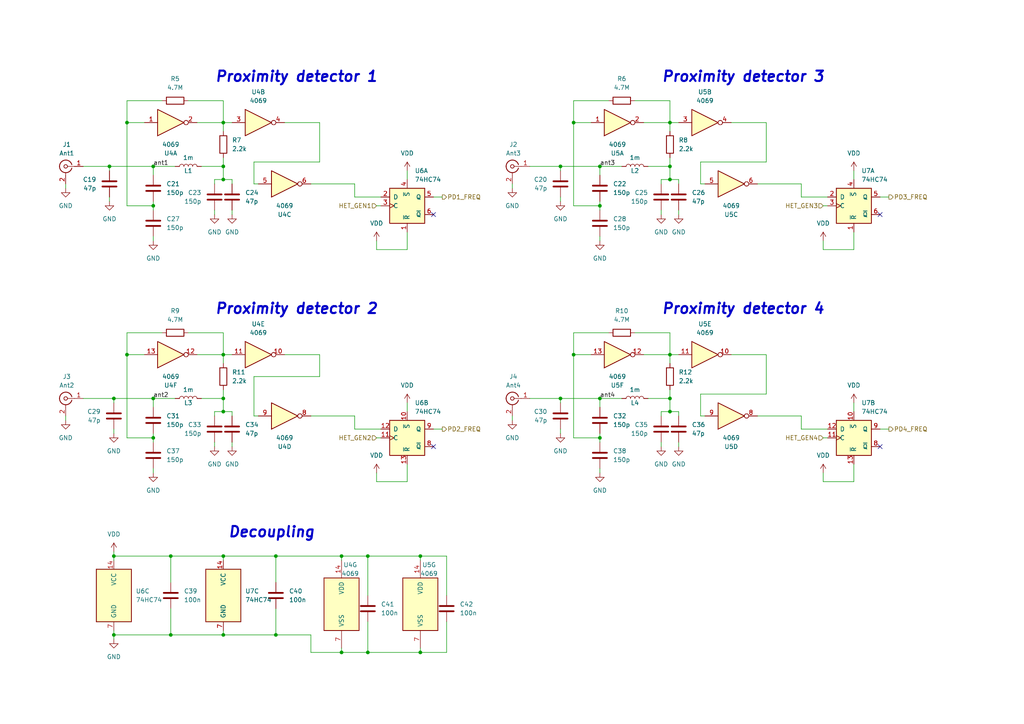
<source format=kicad_sch>
(kicad_sch (version 20231120) (generator "eeschema") (generator_version "8.0")
  (paper "A4")
  (lib_symbols
    (symbol "4xxx:4069" (pin_names (offset 1.016))
      (property "Reference" "U" (at 0 1.27 0))
      (property "Value" "4069" (at 0 -1.27 0))
      (symbol "4069_1_0"
        (polyline (pts (xy -3.81 3.81) (xy -3.81 -3.81) (xy 3.81 0) (xy -3.81 3.81)) (stroke (width 0.254)) (fill (type background)))
        (pin input line (at -7.62 0 0) (length 3.81) (name "~") (number "1"))
        (pin output inverted (at 7.62 0 180) (length 3.81) (name "~") (number "2"))
      )
      (symbol "4069_2_0"
        (polyline (pts (xy -3.81 3.81) (xy -3.81 -3.81) (xy 3.81 0) (xy -3.81 3.81)) (stroke (width 0.254)) (fill (type background)))
        (pin input line (at -7.62 0 0) (length 3.81) (name "~") (number "3"))
        (pin output inverted (at 7.62 0 180) (length 3.81) (name "~") (number "4"))
      )
      (symbol "4069_3_0"
        (polyline (pts (xy -3.81 3.81) (xy -3.81 -3.81) (xy 3.81 0) (xy -3.81 3.81)) (stroke (width 0.254)) (fill (type background)))
        (pin input line (at -7.62 0 0) (length 3.81) (name "~") (number "5"))
        (pin output inverted (at 7.62 0 180) (length 3.81) (name "~") (number "6"))
      )
      (symbol "4069_4_0"
        (polyline (pts (xy -3.81 3.81) (xy -3.81 -3.81) (xy 3.81 0) (xy -3.81 3.81)) (stroke (width 0.254)) (fill (type background)))
        (pin output inverted (at 7.62 0 180) (length 3.81) (name "~") (number "8"))
        (pin input line (at -7.62 0 0) (length 3.81) (name "~") (number "9"))
      )
      (symbol "4069_5_0"
        (polyline (pts (xy -3.81 3.81) (xy -3.81 -3.81) (xy 3.81 0) (xy -3.81 3.81)) (stroke (width 0.254)) (fill (type background)))
        (pin output inverted (at 7.62 0 180) (length 3.81) (name "~") (number "10"))
        (pin input line (at -7.62 0 0) (length 3.81) (name "~") (number "11"))
      )
      (symbol "4069_6_0"
        (polyline (pts (xy -3.81 3.81) (xy -3.81 -3.81) (xy 3.81 0) (xy -3.81 3.81)) (stroke (width 0.254)) (fill (type background)))
        (pin output inverted (at 7.62 0 180) (length 3.81) (name "~") (number "12"))
        (pin input line (at -7.62 0 0) (length 3.81) (name "~") (number "13"))
      )
      (symbol "4069_7_0"
        (pin power_in line (at 0 12.7 270) (length 5.08) (name "VDD") (number "14"))
        (pin power_in line (at 0 -12.7 90) (length 5.08) (name "VSS") (number "7"))
      )
      (symbol "4069_7_1"
        (rectangle (start -5.08 7.62) (end 5.08 -7.62) (stroke (width 0.254)) (fill (type background)))
      )
    )
    (symbol "74xx:74HC74" (pin_names (offset 1.016))
      (property "Reference" "U" (at -7.62 8.89 0))
      (property "Value" "74HC74" (at -7.62 -8.89 0))
      (symbol "74HC74_1_0"
        (pin input line (at 0 -7.62 90) (length 2.54) (name "~{R}") (number "1"))
        (pin input line (at -7.62 2.54 0) (length 2.54) (name "D") (number "2"))
        (pin input clock (at -7.62 0 0) (length 2.54) (name "C") (number "3"))
        (pin input line (at 0 7.62 270) (length 2.54) (name "~{S}") (number "4"))
        (pin output line (at 7.62 2.54 180) (length 2.54) (name "Q") (number "5"))
        (pin output line (at 7.62 -2.54 180) (length 2.54) (name "~{Q}") (number "6"))
      )
      (symbol "74HC74_1_1"
        (rectangle (start -5.08 5.08) (end 5.08 -5.08) (stroke (width 0.254)) (fill (type background)))
      )
      (symbol "74HC74_2_0"
        (pin input line (at 0 7.62 270) (length 2.54) (name "~{S}") (number "10"))
        (pin input clock (at -7.62 0 0) (length 2.54) (name "C") (number "11"))
        (pin input line (at -7.62 2.54 0) (length 2.54) (name "D") (number "12"))
        (pin input line (at 0 -7.62 90) (length 2.54) (name "~{R}") (number "13"))
        (pin output line (at 7.62 -2.54 180) (length 2.54) (name "~{Q}") (number "8"))
        (pin output line (at 7.62 2.54 180) (length 2.54) (name "Q") (number "9"))
      )
      (symbol "74HC74_2_1"
        (rectangle (start -5.08 5.08) (end 5.08 -5.08) (stroke (width 0.254)) (fill (type background)))
      )
      (symbol "74HC74_3_0"
        (pin power_in line (at 0 10.16 270) (length 2.54) (name "VCC") (number "14"))
        (pin power_in line (at 0 -10.16 90) (length 2.54) (name "GND") (number "7"))
      )
      (symbol "74HC74_3_1"
        (rectangle (start -5.08 7.62) (end 5.08 -7.62) (stroke (width 0.254)) (fill (type background)))
      )
    )
    (symbol "Connector:Conn_Coaxial" (pin_names (offset 1.016) hide)
      (property "Reference" "J" (at 0.254 3.048 0))
      (property "Value" "Conn_Coaxial" (at 2.921 0 90))
      (symbol "Conn_Coaxial_0_1"
        (arc (start -1.778 -0.508) (mid 0.2311 -1.8066) (end 1.778 0) (stroke (width 0.254)))
        (polyline (pts (xy -2.54 0) (xy -0.508 0)))
        (polyline (pts (xy 0 -2.54) (xy 0 -1.778)))
        (circle (center 0 0) (radius 0.508) (stroke (width 0.2032)))
        (arc (start 1.778 0) (mid 0.2099 1.8101) (end -1.778 0.508) (stroke (width 0.254)))
      )
      (symbol "Conn_Coaxial_1_1"
        (pin passive line (at -5.08 0 0) (length 2.54) (name "In") (number "1"))
        (pin passive line (at 0 -5.08 90) (length 2.54) (name "Ext") (number "2"))
      )
    )
    (symbol "Device:C" (pin_numbers hide) (pin_names (offset 0.254))
      (property "Reference" "C" (at 0.635 2.54 0))
      (property "Value" "C" (at 0.635 -2.54 0))
      (symbol "C_0_1"
        (polyline (pts (xy -2.032 -0.762) (xy 2.032 -0.762)) (stroke (width 0.508)))
        (polyline (pts (xy -2.032 0.762) (xy 2.032 0.762)) (stroke (width 0.508)))
      )
      (symbol "C_1_1"
        (pin passive line (at 0 3.81 270) (length 2.794) (name "~") (number "1"))
        (pin passive line (at 0 -3.81 90) (length 2.794) (name "~") (number "2"))
      )
    )
    (symbol "Device:L" (pin_numbers hide) (pin_names (offset 1.016) hide)
      (property "Reference" "L" (at -1.27 0 90))
      (property "Value" "L" (at 1.905 0 90))
      (symbol "L_0_1"
        (arc (start 0 -2.54) (mid 0.6323 -1.905) (end 0 -1.27))
        (arc (start 0 -1.27) (mid 0.6323 -0.635) (end 0 0))
        (arc (start 0 0) (mid 0.6323 0.635) (end 0 1.27))
        (arc (start 0 1.27) (mid 0.6323 1.905) (end 0 2.54))
      )
      (symbol "L_1_1"
        (pin passive line (at 0 3.81 270) (length 1.27) (name "1") (number "1"))
        (pin passive line (at 0 -3.81 90) (length 1.27) (name "2") (number "2"))
      )
    )
    (symbol "Device:R" (pin_numbers hide) (pin_names (offset 0))
      (property "Reference" "R" (at 2.032 0 90))
      (property "Value" "R" (at 0 0 90))
      (symbol "R_0_1"
        (rectangle (start -1.016 -2.54) (end 1.016 2.54) (stroke (width 0.254)))
      )
      (symbol "R_1_1"
        (pin passive line (at 0 3.81 270) (length 1.27) (name "~") (number "1"))
        (pin passive line (at 0 -3.81 90) (length 1.27) (name "~") (number "2"))
      )
    )
    (symbol "power:GND" (power) (pin_names (offset 0))
      (property "Value" "GND" (at 0 -3.81 0))
      (symbol "GND_0_1"
        (polyline (pts (xy 0 0) (xy 0 -1.27) (xy 1.27 -1.27) (xy 0 -2.54) (xy -1.27 -1.27) (xy 0 -1.27)))
      )
      (symbol "GND_1_1"
        (pin power_in line (at 0 0 270) (length 0) hide (name "GND") (number "1"))
      )
    )
    (symbol "power:VDD" (power) (pin_names (offset 0))
      (property "Value" "VDD" (at 0 3.81 0))
      (symbol "VDD_0_1"
        (polyline (pts (xy -0.762 1.27) (xy 0 2.54)))
        (polyline (pts (xy 0 0) (xy 0 2.54)))
        (polyline (pts (xy 0 2.54) (xy 0.762 1.27)))
      )
      (symbol "VDD_1_1"
        (pin power_in line (at 0 0 90) (length 0) hide (name "VDD") (number "1"))
      )
    )
  )
  (junction (at 64.77 119.38))
  (junction (at 36.83 102.87))
  (junction (at 31.75 48.26))
  (junction (at 44.45 59.69))
  (junction (at 106.68 161.29))
  (junction (at 64.77 48.26))
  (junction (at 44.45 115.57))
  (junction (at 173.99 115.57))
  (junction (at 44.45 48.26))
  (junction (at 99.06 189.23))
  (junction (at 64.77 102.87))
  (junction (at 80.01 161.29))
  (junction (at 106.68 189.23))
  (junction (at 49.53 161.29))
  (junction (at 162.56 48.26))
  (junction (at 33.02 161.29))
  (junction (at 194.31 115.57))
  (junction (at 162.56 115.57))
  (junction (at 194.31 52.07))
  (junction (at 33.02 184.15))
  (junction (at 80.01 184.15))
  (junction (at 64.77 184.15))
  (junction (at 99.06 161.29))
  (junction (at 194.31 48.26))
  (junction (at 36.83 35.56))
  (junction (at 173.99 59.69))
  (junction (at 64.77 35.56))
  (junction (at 64.77 161.29))
  (junction (at 121.92 189.23))
  (junction (at 64.77 115.57))
  (junction (at 44.45 127))
  (junction (at 121.92 161.29))
  (junction (at 194.31 102.87))
  (junction (at 194.31 35.56))
  (junction (at 49.53 184.15))
  (junction (at 194.31 119.38))
  (junction (at 173.99 127))
  (junction (at 166.37 35.56))
  (junction (at 166.37 102.87))
  (junction (at 33.02 115.57))
  (junction (at 64.77 52.07))
  (junction (at 173.99 48.26))
  (no_connect (at 125.73 62.23))
  (no_connect (at 125.73 129.54))
  (no_connect (at 255.27 62.23))
  (no_connect (at 255.27 129.54))
  (wire (pts (xy 222.25 114.3) (xy 203.2 114.3)))
  (wire (pts (xy 44.45 59.69) (xy 44.45 60.96)))
  (wire (pts (xy 44.45 127) (xy 44.45 128.27)))
  (wire (pts (xy 106.68 189.23) (xy 121.92 189.23)))
  (wire (pts (xy 129.54 180.34) (xy 129.54 189.23)))
  (wire (pts (xy 44.45 135.89) (xy 44.45 137.16)))
  (wire (pts (xy 64.77 105.41) (xy 64.77 102.87)))
  (wire (pts (xy 121.92 161.29) (xy 129.54 161.29)))
  (wire (pts (xy 36.83 127) (xy 36.83 102.87)))
  (wire (pts (xy 62.23 52.07) (xy 62.23 53.34)))
  (wire (pts (xy 99.06 189.23) (xy 106.68 189.23)))
  (wire (pts (xy 162.56 115.57) (xy 173.99 115.57)))
  (wire (pts (xy 173.99 68.58) (xy 173.99 69.85)))
  (wire (pts (xy 173.99 59.69) (xy 166.37 59.69)))
  (wire (pts (xy 121.92 187.96) (xy 121.92 189.23)))
  (wire (pts (xy 238.76 59.69) (xy 240.03 59.69)))
  (wire (pts (xy 194.31 105.41) (xy 194.31 102.87)))
  (wire (pts (xy 194.31 29.21) (xy 194.31 35.56)))
  (wire (pts (xy 173.99 115.57) (xy 180.34 115.57)))
  (wire (pts (xy 90.17 53.34) (xy 102.87 53.34)))
  (wire (pts (xy 99.06 161.29) (xy 106.68 161.29)))
  (wire (pts (xy 106.68 161.29) (xy 106.68 172.72)))
  (wire (pts (xy 118.11 49.53) (xy 118.11 52.07)))
  (wire (pts (xy 80.01 161.29) (xy 80.01 168.91)))
  (wire (pts (xy 173.99 135.89) (xy 173.99 137.16)))
  (wire (pts (xy 186.69 35.56) (xy 194.31 35.56)))
  (wire (pts (xy 219.71 120.65) (xy 232.41 120.65)))
  (wire (pts (xy 64.77 52.07) (xy 62.23 52.07)))
  (wire (pts (xy 186.69 102.87) (xy 194.31 102.87)))
  (wire (pts (xy 194.31 48.26) (xy 187.96 48.26)))
  (wire (pts (xy 33.02 124.46) (xy 33.02 125.73)))
  (wire (pts (xy 238.76 69.85) (xy 238.76 72.39)))
  (wire (pts (xy 173.99 127) (xy 166.37 127)))
  (wire (pts (xy 196.85 52.07) (xy 194.31 52.07)))
  (wire (pts (xy 148.59 120.65) (xy 148.59 121.92)))
  (wire (pts (xy 62.23 119.38) (xy 62.23 120.65)))
  (wire (pts (xy 64.77 96.52) (xy 64.77 102.87)))
  (wire (pts (xy 238.76 127) (xy 240.03 127)))
  (wire (pts (xy 238.76 72.39) (xy 247.65 72.39)))
  (wire (pts (xy 238.76 137.16) (xy 238.76 139.7)))
  (wire (pts (xy 80.01 176.53) (xy 80.01 184.15)))
  (wire (pts (xy 64.77 161.29) (xy 80.01 161.29)))
  (wire (pts (xy 173.99 48.26) (xy 180.34 48.26)))
  (wire (pts (xy 64.77 161.29) (xy 64.77 162.56)))
  (wire (pts (xy 240.03 124.46) (xy 232.41 124.46)))
  (wire (pts (xy 80.01 161.29) (xy 99.06 161.29)))
  (wire (pts (xy 222.25 35.56) (xy 222.25 46.99)))
  (wire (pts (xy 67.31 128.27) (xy 67.31 129.54)))
  (wire (pts (xy 44.45 127) (xy 36.83 127)))
  (wire (pts (xy 255.27 57.15) (xy 257.81 57.15)))
  (wire (pts (xy 57.15 35.56) (xy 64.77 35.56)))
  (wire (pts (xy 44.45 59.69) (xy 36.83 59.69)))
  (wire (pts (xy 247.65 72.39) (xy 247.65 67.31)))
  (wire (pts (xy 73.66 120.65) (xy 74.93 120.65)))
  (wire (pts (xy 121.92 161.29) (xy 121.92 162.56)))
  (wire (pts (xy 64.77 48.26) (xy 58.42 48.26)))
  (wire (pts (xy 247.65 49.53) (xy 247.65 52.07)))
  (wire (pts (xy 109.22 137.16) (xy 109.22 139.7)))
  (wire (pts (xy 99.06 189.23) (xy 99.06 187.96)))
  (wire (pts (xy 176.53 96.52) (xy 166.37 96.52)))
  (wire (pts (xy 166.37 59.69) (xy 166.37 35.56)))
  (wire (pts (xy 102.87 124.46) (xy 102.87 120.65)))
  (wire (pts (xy 203.2 114.3) (xy 203.2 120.65)))
  (wire (pts (xy 64.77 184.15) (xy 80.01 184.15)))
  (wire (pts (xy 44.45 58.42) (xy 44.45 59.69)))
  (wire (pts (xy 162.56 49.53) (xy 162.56 48.26)))
  (wire (pts (xy 46.99 96.52) (xy 36.83 96.52)))
  (wire (pts (xy 219.71 53.34) (xy 232.41 53.34)))
  (wire (pts (xy 121.92 189.23) (xy 129.54 189.23)))
  (wire (pts (xy 33.02 115.57) (xy 44.45 115.57)))
  (wire (pts (xy 166.37 96.52) (xy 166.37 102.87)))
  (wire (pts (xy 64.77 115.57) (xy 64.77 119.38)))
  (wire (pts (xy 73.66 109.22) (xy 73.66 120.65)))
  (wire (pts (xy 173.99 115.57) (xy 173.99 118.11)))
  (wire (pts (xy 125.73 57.15) (xy 128.27 57.15)))
  (wire (pts (xy 109.22 59.69) (xy 110.49 59.69)))
  (wire (pts (xy 173.99 125.73) (xy 173.99 127)))
  (wire (pts (xy 46.99 29.21) (xy 36.83 29.21)))
  (wire (pts (xy 166.37 29.21) (xy 166.37 35.56)))
  (wire (pts (xy 184.15 96.52) (xy 194.31 96.52)))
  (wire (pts (xy 31.75 49.53) (xy 31.75 48.26)))
  (wire (pts (xy 173.99 59.69) (xy 173.99 60.96)))
  (wire (pts (xy 238.76 139.7) (xy 247.65 139.7)))
  (wire (pts (xy 49.53 161.29) (xy 49.53 168.91)))
  (wire (pts (xy 36.83 102.87) (xy 41.91 102.87)))
  (wire (pts (xy 162.56 57.15) (xy 162.56 58.42)))
  (wire (pts (xy 64.77 102.87) (xy 67.31 102.87)))
  (wire (pts (xy 64.77 38.1) (xy 64.77 35.56)))
  (wire (pts (xy 194.31 113.03) (xy 194.31 115.57)))
  (wire (pts (xy 110.49 124.46) (xy 102.87 124.46)))
  (wire (pts (xy 194.31 45.72) (xy 194.31 48.26)))
  (wire (pts (xy 247.65 139.7) (xy 247.65 134.62)))
  (wire (pts (xy 92.71 109.22) (xy 73.66 109.22)))
  (wire (pts (xy 173.99 127) (xy 173.99 128.27)))
  (wire (pts (xy 212.09 102.87) (xy 222.25 102.87)))
  (wire (pts (xy 90.17 189.23) (xy 99.06 189.23)))
  (wire (pts (xy 118.11 72.39) (xy 118.11 67.31)))
  (wire (pts (xy 196.85 119.38) (xy 194.31 119.38)))
  (wire (pts (xy 49.53 184.15) (xy 64.77 184.15)))
  (wire (pts (xy 57.15 102.87) (xy 64.77 102.87)))
  (wire (pts (xy 194.31 35.56) (xy 196.85 35.56)))
  (wire (pts (xy 184.15 29.21) (xy 194.31 29.21)))
  (wire (pts (xy 73.66 53.34) (xy 74.93 53.34)))
  (wire (pts (xy 194.31 115.57) (xy 187.96 115.57)))
  (wire (pts (xy 247.65 116.84) (xy 247.65 119.38)))
  (wire (pts (xy 166.37 35.56) (xy 171.45 35.56)))
  (wire (pts (xy 222.25 102.87) (xy 222.25 114.3)))
  (wire (pts (xy 191.77 60.96) (xy 191.77 62.23)))
  (wire (pts (xy 90.17 184.15) (xy 80.01 184.15)))
  (wire (pts (xy 106.68 180.34) (xy 106.68 189.23)))
  (wire (pts (xy 64.77 184.15) (xy 64.77 182.88)))
  (wire (pts (xy 196.85 128.27) (xy 196.85 129.54)))
  (wire (pts (xy 203.2 53.34) (xy 204.47 53.34)))
  (wire (pts (xy 92.71 35.56) (xy 92.71 46.99)))
  (wire (pts (xy 19.05 120.65) (xy 19.05 121.92)))
  (wire (pts (xy 67.31 52.07) (xy 64.77 52.07)))
  (wire (pts (xy 92.71 102.87) (xy 92.71 109.22)))
  (wire (pts (xy 67.31 60.96) (xy 67.31 62.23)))
  (wire (pts (xy 92.71 46.99) (xy 73.66 46.99)))
  (wire (pts (xy 109.22 72.39) (xy 118.11 72.39)))
  (wire (pts (xy 125.73 124.46) (xy 128.27 124.46)))
  (wire (pts (xy 173.99 48.26) (xy 173.99 50.8)))
  (wire (pts (xy 33.02 160.02) (xy 33.02 161.29)))
  (wire (pts (xy 67.31 53.34) (xy 67.31 52.07)))
  (wire (pts (xy 33.02 184.15) (xy 33.02 185.42)))
  (wire (pts (xy 203.2 46.99) (xy 203.2 53.34)))
  (wire (pts (xy 67.31 120.65) (xy 67.31 119.38)))
  (wire (pts (xy 222.25 46.99) (xy 203.2 46.99)))
  (wire (pts (xy 109.22 127) (xy 110.49 127)))
  (wire (pts (xy 62.23 128.27) (xy 62.23 129.54)))
  (wire (pts (xy 102.87 57.15) (xy 102.87 53.34)))
  (wire (pts (xy 162.56 116.84) (xy 162.56 115.57)))
  (wire (pts (xy 24.13 48.26) (xy 31.75 48.26)))
  (wire (pts (xy 82.55 35.56) (xy 92.71 35.56)))
  (wire (pts (xy 148.59 53.34) (xy 148.59 54.61)))
  (wire (pts (xy 153.67 115.57) (xy 162.56 115.57)))
  (wire (pts (xy 162.56 124.46) (xy 162.56 125.73)))
  (wire (pts (xy 64.77 48.26) (xy 64.77 52.07)))
  (wire (pts (xy 232.41 124.46) (xy 232.41 120.65)))
  (wire (pts (xy 194.31 119.38) (xy 191.77 119.38)))
  (wire (pts (xy 194.31 38.1) (xy 194.31 35.56)))
  (wire (pts (xy 99.06 162.56) (xy 99.06 161.29)))
  (wire (pts (xy 54.61 96.52) (xy 64.77 96.52)))
  (wire (pts (xy 194.31 115.57) (xy 194.31 119.38)))
  (wire (pts (xy 196.85 53.34) (xy 196.85 52.07)))
  (wire (pts (xy 64.77 115.57) (xy 58.42 115.57)))
  (wire (pts (xy 19.05 53.34) (xy 19.05 54.61)))
  (wire (pts (xy 196.85 120.65) (xy 196.85 119.38)))
  (wire (pts (xy 118.11 116.84) (xy 118.11 119.38)))
  (wire (pts (xy 33.02 161.29) (xy 49.53 161.29)))
  (wire (pts (xy 118.11 139.7) (xy 118.11 134.62)))
  (wire (pts (xy 64.77 119.38) (xy 62.23 119.38)))
  (wire (pts (xy 64.77 113.03) (xy 64.77 115.57)))
  (wire (pts (xy 67.31 119.38) (xy 64.77 119.38)))
  (wire (pts (xy 166.37 127) (xy 166.37 102.87)))
  (wire (pts (xy 176.53 29.21) (xy 166.37 29.21)))
  (wire (pts (xy 162.56 48.26) (xy 173.99 48.26)))
  (wire (pts (xy 255.27 124.46) (xy 257.81 124.46)))
  (wire (pts (xy 31.75 48.26) (xy 44.45 48.26)))
  (wire (pts (xy 62.23 60.96) (xy 62.23 62.23)))
  (wire (pts (xy 36.83 96.52) (xy 36.83 102.87)))
  (wire (pts (xy 64.77 161.29) (xy 49.53 161.29)))
  (wire (pts (xy 36.83 35.56) (xy 41.91 35.56)))
  (wire (pts (xy 191.77 128.27) (xy 191.77 129.54)))
  (wire (pts (xy 24.13 115.57) (xy 33.02 115.57)))
  (wire (pts (xy 64.77 35.56) (xy 67.31 35.56)))
  (wire (pts (xy 212.09 35.56) (xy 222.25 35.56)))
  (wire (pts (xy 90.17 120.65) (xy 102.87 120.65)))
  (wire (pts (xy 33.02 161.29) (xy 33.02 162.56)))
  (wire (pts (xy 33.02 182.88) (xy 33.02 184.15)))
  (wire (pts (xy 44.45 125.73) (xy 44.45 127)))
  (wire (pts (xy 232.41 57.15) (xy 232.41 53.34)))
  (wire (pts (xy 36.83 29.21) (xy 36.83 35.56)))
  (wire (pts (xy 203.2 120.65) (xy 204.47 120.65)))
  (wire (pts (xy 194.31 102.87) (xy 196.85 102.87)))
  (wire (pts (xy 44.45 115.57) (xy 50.8 115.57)))
  (wire (pts (xy 109.22 139.7) (xy 118.11 139.7)))
  (wire (pts (xy 194.31 96.52) (xy 194.31 102.87)))
  (wire (pts (xy 191.77 52.07) (xy 191.77 53.34)))
  (wire (pts (xy 194.31 52.07) (xy 191.77 52.07)))
  (wire (pts (xy 64.77 29.21) (xy 64.77 35.56)))
  (wire (pts (xy 73.66 46.99) (xy 73.66 53.34)))
  (wire (pts (xy 33.02 184.15) (xy 49.53 184.15)))
  (wire (pts (xy 166.37 102.87) (xy 171.45 102.87)))
  (wire (pts (xy 64.77 45.72) (xy 64.77 48.26)))
  (wire (pts (xy 153.67 48.26) (xy 162.56 48.26)))
  (wire (pts (xy 36.83 59.69) (xy 36.83 35.56)))
  (wire (pts (xy 33.02 116.84) (xy 33.02 115.57)))
  (wire (pts (xy 44.45 115.57) (xy 44.45 118.11)))
  (wire (pts (xy 44.45 68.58) (xy 44.45 69.85)))
  (wire (pts (xy 44.45 48.26) (xy 50.8 48.26)))
  (wire (pts (xy 49.53 176.53) (xy 49.53 184.15)))
  (wire (pts (xy 129.54 161.29) (xy 129.54 172.72)))
  (wire (pts (xy 82.55 102.87) (xy 92.71 102.87)))
  (wire (pts (xy 110.49 57.15) (xy 102.87 57.15)))
  (wire (pts (xy 31.75 57.15) (xy 31.75 58.42)))
  (wire (pts (xy 44.45 48.26) (xy 44.45 50.8)))
  (wire (pts (xy 196.85 60.96) (xy 196.85 62.23)))
  (wire (pts (xy 90.17 184.15) (xy 90.17 189.23)))
  (wire (pts (xy 173.99 58.42) (xy 173.99 59.69)))
  (wire (pts (xy 54.61 29.21) (xy 64.77 29.21)))
  (wire (pts (xy 240.03 57.15) (xy 232.41 57.15)))
  (wire (pts (xy 106.68 161.29) (xy 121.92 161.29)))
  (wire (pts (xy 191.77 119.38) (xy 191.77 120.65)))
  (wire (pts (xy 109.22 69.85) (xy 109.22 72.39)))
  (wire (pts (xy 194.31 48.26) (xy 194.31 52.07)))
  (text "Decoupling" (at 66.04 156.21 0) (effects (font (size 3 3) (thickness 0.6) (bold yes) (italic yes)) (justify left bottom)))
  (text "Proximity detector 1" (at 62.23 24.13 0) (effects (font (size 3 3) (thickness 0.6) (bold yes) (italic yes)) (justify left bottom)))
  (text "Proximity detector 3" (at 191.77 24.13 0) (effects (font (size 3 3) (thickness 0.6) (bold yes) (italic yes)) (justify left bottom)))
  (text "Proximity detector 4" (at 191.77 91.44 0) (effects (font (size 3 3) (thickness 0.6) (bold yes) (italic yes)) (justify left bottom)))
  (text "Proximity detector 2\n" (at 62.23 91.44 0) (effects (font (size 3 3) (thickness 0.6) (bold yes) (italic yes)) (justify left bottom)))
  (label "ant3" (at 173.99 48.26 0))
  (label "ant4" (at 173.99 115.57 0))
  (label "ant1" (at 44.45 48.26 0))
  (label "ant2" (at 44.45 115.57 0))
  (hierarchical_label "PD2_FREQ" (shape output) (at 128.27 124.46 0))
  (hierarchical_label "HET_GEN3" (shape input) (at 238.76 59.69 180))
  (hierarchical_label "PD4_FREQ" (shape output) (at 257.81 124.46 0))
  (hierarchical_label "HET_GEN2" (shape input) (at 109.22 127 180))
  (hierarchical_label "HET_GEN1" (shape input) (at 109.22 59.69 180))
  (hierarchical_label "PD1_FREQ" (shape output) (at 128.27 57.15 0))
  (hierarchical_label "HET_GEN4" (shape input) (at 238.76 127 180))
  (hierarchical_label "PD3_FREQ" (shape output) (at 257.81 57.15 0))
  (symbol (lib_id "power:GND") (at 62.23 62.23 0) (mirror y) (unit 1)
    (property "Reference" "#PWR0150" (effects (hide yes)))
    (property "Value" "GND" (at 62.23 67.31 0))
  )
  (symbol (lib_id "Device:L") (at 184.15 115.57 270) (mirror x) (unit 1)
    (property "Reference" "L4" (at 184.15 116.84 90))
    (property "Value" "1m" (at 184.15 113.03 90))
    (property "Footprint" "Inductor_SMD:L_1812_4532Metric_Pad1.30x3.40mm_HandSolder" (effects (hide yes)))
    (property "shop_url" "https://www.tme.eu/pl/details/b82432t1105k000/dlawiki-smd-1812/epcos/" (effects (hide yes)))
  )
  (symbol (lib_id "power:GND") (at 162.56 58.42 0) (unit 1)
    (property "Reference" "#PWR0133" (effects (hide yes)))
    (property "Value" "GND" (at 162.56 63.5 0))
  )
  (symbol (lib_id "Device:C") (at 162.56 120.65 0) (mirror y) (unit 1)
    (property "Reference" "C30" (at 158.75 119.38 0) (effects (justify left)))
    (property "Value" "47p" (at 158.75 121.92 0) (effects (justify left)))
    (property "Footprint" "Capacitor_SMD:C_0603_1608Metric_Pad1.08x0.95mm_HandSolder" (effects (hide yes)))
    (property "shop_url" "https://www.tme.eu/pl/details/06033c470kat2a/kondensatory-mlcc-smd/kyocera-avx/" (effects (hide yes)))
  )
  (symbol (lib_id "4xxx:4069") (at 82.55 53.34 0) (mirror x) (unit 3)
    (property "Reference" "U4" (at 82.55 62.23 0))
    (property "Value" "4069" (at 82.55 59.69 0))
    (property "Footprint" "Package_SO:SOIC-14_3.9x8.7mm_P1.27mm" (effects (hide yes)))
    (property "Datasheet" "http://www.intersil.com/content/dam/Intersil/documents/cd40/cd4069ubms.pdf" (effects (hide yes)))
    (property "shop_url" "https://www.tme.eu/pl/details/hef4069ubt.653/bramki-inwertery/nexperia/hef4069ubt-653/" (effects (hide yes)))
  )
  (symbol (lib_id "Device:C") (at 191.77 124.46 0) (mirror y) (unit 1)
    (property "Reference" "C35" (at 187.96 123.19 0) (effects (justify left)))
    (property "Value" "150p" (at 187.96 125.73 0) (effects (justify left)))
    (property "Footprint" "Capacitor_SMD:C_0603_1608Metric_Pad1.08x0.95mm_HandSolder" (effects (hide yes)))
    (property "shop_url" "https://www.tme.eu/pl/details/06031a151fat2a/kondensatory-mlcc-smd/kyocera-avx/" (effects (hide yes)))
  )
  (symbol (lib_id "power:GND") (at 44.45 137.16 0) (mirror y) (unit 1)
    (property "Reference" "#PWR0155" (effects (hide yes)))
    (property "Value" "GND" (at 44.45 142.24 0))
  )
  (symbol (lib_id "Device:R") (at 50.8 96.52 90) (mirror x) (unit 1)
    (property "Reference" "R9" (at 50.8 90.17 90))
    (property "Value" "4.7M" (at 50.8 92.71 90))
    (property "Footprint" "Resistor_SMD:R_0603_1608Metric_Pad0.98x0.95mm_HandSolder" (effects (hide yes)))
    (property "shop_url" "https://allegro.pl/oferta/640szt-zestaw-rezystorow-smd-0603-32-wartosci-11048988499" (effects (hide yes)))
  )
  (symbol (lib_id "Device:L") (at 184.15 48.26 270) (mirror x) (unit 1)
    (property "Reference" "L2" (at 184.15 49.53 90))
    (property "Value" "1m" (at 184.15 45.72 90))
    (property "Footprint" "Inductor_SMD:L_1812_4532Metric_Pad1.30x3.40mm_HandSolder" (effects (hide yes)))
    (property "shop_url" "https://www.tme.eu/pl/details/b82432t1105k000/dlawiki-smd-1812/epcos/" (effects (hide yes)))
  )
  (symbol (lib_id "4xxx:4069") (at 179.07 35.56 0) (mirror x) (unit 1)
    (property "Reference" "U5" (at 179.07 44.45 0))
    (property "Value" "4069" (at 179.07 41.91 0))
    (property "Footprint" "Package_SO:SOIC-14_3.9x8.7mm_P1.27mm" (effects (hide yes)))
    (property "Datasheet" "http://www.intersil.com/content/dam/Intersil/documents/cd40/cd4069ubms.pdf" (effects (hide yes)))
    (property "shop_url" "https://www.tme.eu/pl/details/hef4069ubt.653/bramki-inwertery/nexperia/hef4069ubt-653/" (effects (hide yes)))
  )
  (symbol (lib_id "power:VDD") (at 118.11 116.84 0) (unit 1)
    (property "Reference" "#PWR0158" (effects (hide yes)))
    (property "Value" "VDD" (at 118.11 111.76 0))
  )
  (symbol (lib_id "4xxx:4069") (at 99.06 175.26 0) (mirror y) (unit 7)
    (property "Reference" "U4" (at 101.6 163.83 0))
    (property "Value" "4069" (at 101.6 166.37 0))
    (property "Footprint" "Package_SO:SOIC-14_3.9x8.7mm_P1.27mm" (effects (hide yes)))
    (property "Datasheet" "http://www.intersil.com/content/dam/Intersil/documents/cd40/cd4069ubms.pdf" (effects (hide yes)))
    (property "shop_url" "https://www.tme.eu/pl/details/hef4069ubt.653/bramki-inwertery/nexperia/hef4069ubt-653/" (effects (hide yes)))
  )
  (symbol (lib_id "power:VDD") (at 33.02 160.02 0) (unit 1)
    (property "Reference" "#PWR0153" (effects (hide yes)))
    (property "Value" "VDD" (at 33.02 154.94 0))
  )
  (symbol (lib_id "power:GND") (at 44.45 69.85 0) (mirror y) (unit 1)
    (property "Reference" "#PWR0149" (effects (hide yes)))
    (property "Value" "GND" (at 44.45 74.93 0))
  )
  (symbol (lib_id "Device:R") (at 64.77 41.91 0) (mirror y) (unit 1)
    (property "Reference" "R7" (at 67.31 40.64 0) (effects (justify right)))
    (property "Value" "2.2k" (at 67.31 43.18 0) (effects (justify right)))
    (property "Footprint" "Resistor_SMD:R_0603_1608Metric_Pad0.98x0.95mm_HandSolder" (effects (hide yes)))
    (property "shop_url" "https://allegro.pl/oferta/640szt-zestaw-rezystorow-smd-0603-32-wartosci-11048988499" (effects (hide yes)))
  )
  (symbol (lib_id "4xxx:4069") (at 212.09 53.34 0) (mirror x) (unit 3)
    (property "Reference" "U5" (at 212.09 62.23 0))
    (property "Value" "4069" (at 212.09 59.69 0))
    (property "Footprint" "Package_SO:SOIC-14_3.9x8.7mm_P1.27mm" (effects (hide yes)))
    (property "Datasheet" "http://www.intersil.com/content/dam/Intersil/documents/cd40/cd4069ubms.pdf" (effects (hide yes)))
    (property "shop_url" "https://www.tme.eu/pl/details/hef4069ubt.653/bramki-inwertery/nexperia/hef4069ubt-653/" (effects (hide yes)))
  )
  (symbol (lib_id "Device:C") (at 44.45 132.08 0) (unit 1)
    (property "Reference" "C37" (at 48.26 130.81 0) (effects (justify left)))
    (property "Value" "150p" (at 48.26 133.35 0) (effects (justify left)))
    (property "Footprint" "Capacitor_SMD:C_0603_1608Metric_Pad1.08x0.95mm_HandSolder" (effects (hide yes)))
    (property "shop_url" "https://www.tme.eu/pl/details/06031a151fat2a/kondensatory-mlcc-smd/kyocera-avx/" (effects (hide yes)))
  )
  (symbol (lib_id "4xxx:4069") (at 204.47 35.56 0) (unit 2)
    (property "Reference" "U5" (at 204.47 26.67 0))
    (property "Value" "4069" (at 204.47 29.21 0))
    (property "Footprint" "Package_SO:SOIC-14_3.9x8.7mm_P1.27mm" (effects (hide yes)))
    (property "Datasheet" "http://www.intersil.com/content/dam/Intersil/documents/cd40/cd4069ubms.pdf" (effects (hide yes)))
    (property "shop_url" "https://www.tme.eu/pl/details/hef4069ubt.653/bramki-inwertery/nexperia/hef4069ubt-653/" (effects (hide yes)))
  )
  (symbol (lib_id "power:GND") (at 173.99 69.85 0) (mirror y) (unit 1)
    (property "Reference" "#PWR0141" (effects (hide yes)))
    (property "Value" "GND" (at 173.99 74.93 0))
  )
  (symbol (lib_id "Device:C") (at 44.45 121.92 0) (unit 1)
    (property "Reference" "C31" (at 48.26 120.65 0) (effects (justify left)))
    (property "Value" "150p" (at 48.26 123.19 0) (effects (justify left)))
    (property "Footprint" "Capacitor_SMD:C_0603_1608Metric_Pad1.08x0.95mm_HandSolder" (effects (hide yes)))
    (property "shop_url" "https://www.tme.eu/pl/details/06031a151fat2a/kondensatory-mlcc-smd/kyocera-avx/" (effects (hide yes)))
  )
  (symbol (lib_id "power:VDD") (at 247.65 116.84 0) (unit 1)
    (property "Reference" "#PWR0144" (effects (hide yes)))
    (property "Value" "VDD" (at 247.65 111.76 0))
  )
  (symbol (lib_id "Connector:Conn_Coaxial") (at 19.05 115.57 0) (mirror y) (unit 1)
    (property "Reference" "J3" (at 19.3674 109.22 0))
    (property "Value" "Ant2" (at 19.3674 111.76 0))
    (property "Footprint" "Connector_Coaxial:U.FL_Molex_MCRF_73412-0110_Vertical" (effects (hide yes)))
    (property "Datasheet" " ~" (effects (hide yes)))
    (property "shop_url" "https://www.tme.eu/pl/details/conufl001-smd-t/zlacza-mikro/linx-technologies/" (effects (hide yes)))
  )
  (symbol (lib_id "74xx:74HC74") (at 247.65 59.69 0) (unit 1)
    (property "Reference" "U7" (at 249.8441 49.53 0) (effects (justify left)))
    (property "Value" "74HC74" (at 249.8441 52.07 0) (effects (justify left)))
    (property "Footprint" "Package_SO:SOIC-14_3.9x8.7mm_P1.27mm" (effects (hide yes)))
    (property "Datasheet" "74xx/74hc_hct74.pdf" (effects (hide yes)))
    (property "shop_url" "https://www.tme.eu/pl/details/mc74hct74adr2g/przerzutniki/onsemi/" (effects (hide yes)))
  )
  (symbol (lib_id "Device:C") (at 67.31 57.15 0) (unit 1)
    (property "Reference" "C24" (at 71.12 55.88 0) (effects (justify left)))
    (property "Value" "47p" (at 71.12 58.42 0) (effects (justify left)))
    (property "Footprint" "Capacitor_SMD:C_0603_1608Metric_Pad1.08x0.95mm_HandSolder" (effects (hide yes)))
    (property "shop_url" "https://www.tme.eu/pl/details/06033c470kat2a/kondensatory-mlcc-smd/kyocera-avx/" (effects (hide yes)))
  )
  (symbol (lib_id "power:GND") (at 19.05 54.61 0) (mirror y) (unit 1)
    (property "Reference" "#PWR0147" (effects (hide yes)))
    (property "Value" "GND" (at 19.05 59.69 0))
  )
  (symbol (lib_id "74xx:74HC74") (at 118.11 59.69 0) (unit 1)
    (property "Reference" "U6" (at 120.3041 49.53 0) (effects (justify left)))
    (property "Value" "74HC74" (at 120.3041 52.07 0) (effects (justify left)))
    (property "Footprint" "Package_SO:SOIC-14_3.9x8.7mm_P1.27mm" (effects (hide yes)))
    (property "Datasheet" "74xx/74hc_hct74.pdf" (effects (hide yes)))
    (property "shop_url" "https://www.tme.eu/pl/details/mc74hct74adr2g/przerzutniki/onsemi/" (effects (hide yes)))
  )
  (symbol (lib_id "Device:C") (at 106.68 176.53 0) (unit 1)
    (property "Reference" "C41" (at 110.49 175.26 0) (effects (justify left)))
    (property "Value" "100n" (at 110.49 177.8 0) (effects (justify left)))
    (property "Footprint" "Capacitor_SMD:C_0603_1608Metric_Pad1.08x0.95mm_HandSolder" (effects (hide yes)))
    (property "shop_url" "https://www.tme.eu/pl/details/cl10b104kb8nnnc/kondensatory-mlcc-smd/samsung/" (effects (hide yes)))
  )
  (symbol (lib_id "power:VDD") (at 118.11 49.53 0) (unit 1)
    (property "Reference" "#PWR0162" (effects (hide yes)))
    (property "Value" "VDD" (at 118.11 44.45 0))
  )
  (symbol (lib_id "Device:R") (at 64.77 109.22 0) (mirror y) (unit 1)
    (property "Reference" "R11" (at 67.31 107.95 0) (effects (justify right)))
    (property "Value" "2.2k" (at 67.31 110.49 0) (effects (justify right)))
    (property "Footprint" "Resistor_SMD:R_0603_1608Metric_Pad0.98x0.95mm_HandSolder" (effects (hide yes)))
    (property "shop_url" "https://allegro.pl/oferta/640szt-zestaw-rezystorow-smd-0603-32-wartosci-11048988499" (effects (hide yes)))
  )
  (symbol (lib_id "Device:L") (at 54.61 48.26 270) (mirror x) (unit 1)
    (property "Reference" "L1" (at 54.61 49.53 90))
    (property "Value" "1m" (at 54.61 45.72 90))
    (property "Footprint" "Inductor_SMD:L_1812_4532Metric_Pad1.30x3.40mm_HandSolder" (effects (hide yes)))
    (property "shop_url" "https://www.tme.eu/pl/details/b82432t1105k000/dlawiki-smd-1812/epcos/" (effects (hide yes)))
  )
  (symbol (lib_id "Device:C") (at 173.99 121.92 0) (unit 1)
    (property "Reference" "C32" (at 177.8 120.65 0) (effects (justify left)))
    (property "Value" "150p" (at 177.8 123.19 0) (effects (justify left)))
    (property "Footprint" "Capacitor_SMD:C_0603_1608Metric_Pad1.08x0.95mm_HandSolder" (effects (hide yes)))
    (property "shop_url" "https://www.tme.eu/pl/details/06031a151fat2a/kondensatory-mlcc-smd/kyocera-avx/" (effects (hide yes)))
  )
  (symbol (lib_id "Connector:Conn_Coaxial") (at 148.59 48.26 0) (mirror y) (unit 1)
    (property "Reference" "J2" (at 148.9074 41.91 0))
    (property "Value" "Ant3" (at 148.9074 44.45 0))
    (property "Footprint" "Connector_Coaxial:U.FL_Molex_MCRF_73412-0110_Vertical" (effects (hide yes)))
    (property "Datasheet" " ~" (effects (hide yes)))
    (property "shop_url" "https://www.tme.eu/pl/details/conufl001-smd-t/zlacza-mikro/linx-technologies/" (effects (hide yes)))
  )
  (symbol (lib_id "power:GND") (at 196.85 62.23 0) (mirror y) (unit 1)
    (property "Reference" "#PWR0142" (effects (hide yes)))
    (property "Value" "GND" (at 196.85 67.31 0))
  )
  (symbol (lib_id "Device:C") (at 173.99 54.61 0) (unit 1)
    (property "Reference" "C22" (at 177.8 53.34 0) (effects (justify left)))
    (property "Value" "150p" (at 177.8 55.88 0) (effects (justify left)))
    (property "Footprint" "Capacitor_SMD:C_0603_1608Metric_Pad1.08x0.95mm_HandSolder" (effects (hide yes)))
    (property "shop_url" "https://www.tme.eu/pl/details/06031a151fat2a/kondensatory-mlcc-smd/kyocera-avx/" (effects (hide yes)))
  )
  (symbol (lib_id "power:GND") (at 31.75 58.42 0) (unit 1)
    (property "Reference" "#PWR0148" (effects (hide yes)))
    (property "Value" "GND" (at 31.75 63.5 0))
  )
  (symbol (lib_id "Device:R") (at 180.34 29.21 90) (mirror x) (unit 1)
    (property "Reference" "R6" (at 180.34 22.86 90))
    (property "Value" "4.7M" (at 180.34 25.4 90))
    (property "Footprint" "Resistor_SMD:R_0603_1608Metric_Pad0.98x0.95mm_HandSolder" (effects (hide yes)))
    (property "shop_url" "https://allegro.pl/oferta/640szt-zestaw-rezystorow-smd-0603-32-wartosci-11048988499" (effects (hide yes)))
  )
  (symbol (lib_id "power:GND") (at 67.31 129.54 0) (mirror y) (unit 1)
    (property "Reference" "#PWR0151" (effects (hide yes)))
    (property "Value" "GND" (at 67.31 134.62 0))
  )
  (symbol (lib_id "Device:C") (at 62.23 57.15 0) (mirror y) (unit 1)
    (property "Reference" "C23" (at 58.42 55.88 0) (effects (justify left)))
    (property "Value" "150p" (at 58.42 58.42 0) (effects (justify left)))
    (property "Footprint" "Capacitor_SMD:C_0603_1608Metric_Pad1.08x0.95mm_HandSolder" (effects (hide yes)))
    (property "shop_url" "https://www.tme.eu/pl/details/06031a151fat2a/kondensatory-mlcc-smd/kyocera-avx/" (effects (hide yes)))
  )
  (symbol (lib_id "power:VDD") (at 238.76 137.16 0) (unit 1)
    (property "Reference" "#PWR0146" (effects (hide yes)))
    (property "Value" "VDD" (at 238.76 132.08 0))
  )
  (symbol (lib_id "power:VDD") (at 247.65 49.53 0) (unit 1)
    (property "Reference" "#PWR0138" (effects (hide yes)))
    (property "Value" "VDD" (at 247.65 44.45 0))
  )
  (symbol (lib_id "74xx:74HC74") (at 33.02 172.72 0) (unit 3)
    (property "Reference" "U6" (at 39.37 171.45 0) (effects (justify left)))
    (property "Value" "74HC74" (at 39.37 173.99 0) (effects (justify left)))
    (property "Footprint" "Package_SO:SOIC-14_3.9x8.7mm_P1.27mm" (effects (hide yes)))
    (property "Datasheet" "74xx/74hc_hct74.pdf" (effects (hide yes)))
    (property "shop_url" "https://www.tme.eu/pl/details/mc74hct74adr2g/przerzutniki/onsemi/" (effects (hide yes)))
  )
  (symbol (lib_id "Device:C") (at 196.85 57.15 0) (unit 1)
    (property "Reference" "C26" (at 200.66 55.88 0) (effects (justify left)))
    (property "Value" "47p" (at 200.66 58.42 0) (effects (justify left)))
    (property "Footprint" "Capacitor_SMD:C_0603_1608Metric_Pad1.08x0.95mm_HandSolder" (effects (hide yes)))
    (property "shop_url" "https://www.tme.eu/pl/details/06033c470kat2a/kondensatory-mlcc-smd/kyocera-avx/" (effects (hide yes)))
  )
  (symbol (lib_id "Device:C") (at 49.53 172.72 0) (unit 1)
    (property "Reference" "C39" (at 53.34 171.45 0) (effects (justify left)))
    (property "Value" "100n" (at 53.34 173.99 0) (effects (justify left)))
    (property "Footprint" "Capacitor_SMD:C_0603_1608Metric_Pad1.08x0.95mm_HandSolder" (effects (hide yes)))
    (property "shop_url" "https://www.tme.eu/pl/details/cl10b104kb8nnnc/kondensatory-mlcc-smd/samsung/" (effects (hide yes)))
  )
  (symbol (lib_id "power:GND") (at 173.99 137.16 0) (mirror y) (unit 1)
    (property "Reference" "#PWR0134" (effects (hide yes)))
    (property "Value" "GND" (at 173.99 142.24 0))
  )
  (symbol (lib_id "Device:C") (at 62.23 124.46 0) (mirror y) (unit 1)
    (property "Reference" "C33" (at 58.42 123.19 0) (effects (justify left)))
    (property "Value" "150p" (at 58.42 125.73 0) (effects (justify left)))
    (property "Footprint" "Capacitor_SMD:C_0603_1608Metric_Pad1.08x0.95mm_HandSolder" (effects (hide yes)))
    (property "shop_url" "https://www.tme.eu/pl/details/06031a151fat2a/kondensatory-mlcc-smd/kyocera-avx/" (effects (hide yes)))
  )
  (symbol (lib_id "4xxx:4069") (at 212.09 120.65 0) (mirror x) (unit 4)
    (property "Reference" "U5" (at 212.09 129.54 0))
    (property "Value" "4069" (at 212.09 127 0))
    (property "Footprint" "Package_SO:SOIC-14_3.9x8.7mm_P1.27mm" (effects (hide yes)))
    (property "Datasheet" "http://www.intersil.com/content/dam/Intersil/documents/cd40/cd4069ubms.pdf" (effects (hide yes)))
    (property "shop_url" "https://www.tme.eu/pl/details/hef4069ubt.653/bramki-inwertery/nexperia/hef4069ubt-653/" (effects (hide yes)))
  )
  (symbol (lib_id "Device:R") (at 50.8 29.21 90) (mirror x) (unit 1)
    (property "Reference" "R5" (at 50.8 22.86 90))
    (property "Value" "4.7M" (at 50.8 25.4 90))
    (property "Footprint" "Resistor_SMD:R_0603_1608Metric_Pad0.98x0.95mm_HandSolder" (effects (hide yes)))
    (property "shop_url" "https://allegro.pl/oferta/640szt-zestaw-rezystorow-smd-0603-32-wartosci-11048988499" (effects (hide yes)))
  )
  (symbol (lib_id "74xx:74HC74") (at 118.11 127 0) (unit 2)
    (property "Reference" "U6" (at 120.3041 116.84 0) (effects (justify left)))
    (property "Value" "74HC74" (at 120.3041 119.38 0) (effects (justify left)))
    (property "Footprint" "Package_SO:SOIC-14_3.9x8.7mm_P1.27mm" (effects (hide yes)))
    (property "Datasheet" "74xx/74hc_hct74.pdf" (effects (hide yes)))
    (property "shop_url" "https://www.tme.eu/pl/details/mc74hct74adr2g/przerzutniki/onsemi/" (effects (hide yes)))
  )
  (symbol (lib_id "Device:C") (at 173.99 132.08 0) (unit 1)
    (property "Reference" "C38" (at 177.8 130.81 0) (effects (justify left)))
    (property "Value" "150p" (at 177.8 133.35 0) (effects (justify left)))
    (property "Footprint" "Capacitor_SMD:C_0603_1608Metric_Pad1.08x0.95mm_HandSolder" (effects (hide yes)))
    (property "shop_url" "https://www.tme.eu/pl/details/06031a151fat2a/kondensatory-mlcc-smd/kyocera-avx/" (effects (hide yes)))
  )
  (symbol (lib_id "Device:C") (at 162.56 53.34 0) (mirror y) (unit 1)
    (property "Reference" "C20" (at 158.75 52.07 0) (effects (justify left)))
    (property "Value" "47p" (at 158.75 54.61 0) (effects (justify left)))
    (property "Footprint" "Capacitor_SMD:C_0603_1608Metric_Pad1.08x0.95mm_HandSolder" (effects (hide yes)))
    (property "shop_url" "https://www.tme.eu/pl/details/06033c470kat2a/kondensatory-mlcc-smd/kyocera-avx/" (effects (hide yes)))
  )
  (symbol (lib_id "4xxx:4069") (at 204.47 102.87 0) (unit 5)
    (property "Reference" "U5" (at 204.47 93.98 0))
    (property "Value" "4069" (at 204.47 96.52 0))
    (property "Footprint" "Package_SO:SOIC-14_3.9x8.7mm_P1.27mm" (effects (hide yes)))
    (property "Datasheet" "http://www.intersil.com/content/dam/Intersil/documents/cd40/cd4069ubms.pdf" (effects (hide yes)))
    (property "shop_url" "https://www.tme.eu/pl/details/hef4069ubt.653/bramki-inwertery/nexperia/hef4069ubt-653/" (effects (hide yes)))
  )
  (symbol (lib_id "4xxx:4069") (at 82.55 120.65 0) (mirror x) (unit 4)
    (property "Reference" "U4" (at 82.55 129.54 0))
    (property "Value" "4069" (at 82.55 127 0))
    (property "Footprint" "Package_SO:SOIC-14_3.9x8.7mm_P1.27mm" (effects (hide yes)))
    (property "Datasheet" "http://www.intersil.com/content/dam/Intersil/documents/cd40/cd4069ubms.pdf" (effects (hide yes)))
    (property "shop_url" "https://www.tme.eu/pl/details/hef4069ubt.653/bramki-inwertery/nexperia/hef4069ubt-653/" (effects (hide yes)))
  )
  (symbol (lib_id "Device:C") (at 67.31 124.46 0) (unit 1)
    (property "Reference" "C34" (at 71.12 123.19 0) (effects (justify left)))
    (property "Value" "47p" (at 71.12 125.73 0) (effects (justify left)))
    (property "Footprint" "Capacitor_SMD:C_0603_1608Metric_Pad1.08x0.95mm_HandSolder" (effects (hide yes)))
    (property "shop_url" "https://www.tme.eu/pl/details/06033c470kat2a/kondensatory-mlcc-smd/kyocera-avx/" (effects (hide yes)))
  )
  (symbol (lib_id "Device:C") (at 33.02 120.65 0) (mirror y) (unit 1)
    (property "Reference" "C29" (at 29.21 119.38 0) (effects (justify left)))
    (property "Value" "47p" (at 29.21 121.92 0) (effects (justify left)))
    (property "Footprint" "Capacitor_SMD:C_0603_1608Metric_Pad1.08x0.95mm_HandSolder" (effects (hide yes)))
    (property "shop_url" "https://www.tme.eu/pl/details/06033c470kat2a/kondensatory-mlcc-smd/kyocera-avx/" (effects (hide yes)))
  )
  (symbol (lib_id "4xxx:4069") (at 49.53 35.56 0) (mirror x) (unit 1)
    (property "Reference" "U4" (at 49.53 44.45 0))
    (property "Value" "4069" (at 49.53 41.91 0))
    (property "Footprint" "Package_SO:SOIC-14_3.9x8.7mm_P1.27mm" (effects (hide yes)))
    (property "Datasheet" "http://www.intersil.com/content/dam/Intersil/documents/cd40/cd4069ubms.pdf" (effects (hide yes)))
    (property "shop_url" "https://www.tme.eu/pl/details/hef4069ubt.653/bramki-inwertery/nexperia/hef4069ubt-653/" (effects (hide yes)))
  )
  (symbol (lib_id "power:GND") (at 19.05 121.92 0) (mirror y) (unit 1)
    (property "Reference" "#PWR0157" (effects (hide yes)))
    (property "Value" "GND" (at 19.05 127 0))
  )
  (symbol (lib_id "Device:C") (at 129.54 176.53 0) (unit 1)
    (property "Reference" "C42" (at 133.35 175.26 0) (effects (justify left)))
    (property "Value" "100n" (at 133.35 177.8 0) (effects (justify left)))
    (property "Footprint" "Capacitor_SMD:C_0603_1608Metric_Pad1.08x0.95mm_HandSolder" (effects (hide yes)))
    (property "shop_url" "https://www.tme.eu/pl/details/cl10b104kb8nnnc/kondensatory-mlcc-smd/samsung/" (effects (hide yes)))
  )
  (symbol (lib_id "power:GND") (at 148.59 54.61 0) (mirror y) (unit 1)
    (property "Reference" "#PWR0136" (effects (hide yes)))
    (property "Value" "GND" (at 148.59 59.69 0))
  )
  (symbol (lib_id "power:GND") (at 33.02 185.42 0) (mirror y) (unit 1)
    (property "Reference" "#PWR0154" (effects (hide yes)))
    (property "Value" "GND" (at 33.02 190.5 0))
  )
  (symbol (lib_id "4xxx:4069") (at 49.53 102.87 0) (mirror x) (unit 6)
    (property "Reference" "U4" (at 49.53 111.76 0))
    (property "Value" "4069" (at 49.53 109.22 0))
    (property "Footprint" "Package_SO:SOIC-14_3.9x8.7mm_P1.27mm" (effects (hide yes)))
    (property "Datasheet" "http://www.intersil.com/content/dam/Intersil/documents/cd40/cd4069ubms.pdf" (effects (hide yes)))
    (property "shop_url" "https://www.tme.eu/pl/details/hef4069ubt.653/bramki-inwertery/nexperia/hef4069ubt-653/" (effects (hide yes)))
  )
  (symbol (lib_id "Connector:Conn_Coaxial") (at 19.05 48.26 0) (mirror y) (unit 1)
    (property "Reference" "J1" (at 19.3674 41.91 0))
    (property "Value" "Ant1" (at 19.3674 44.45 0))
    (property "Footprint" "Connector_Coaxial:U.FL_Molex_MCRF_73412-0110_Vertical" (effects (hide yes)))
    (property "shop_url" "https://www.tme.eu/pl/details/conufl001-smd-t/zlacza-mikro/linx-technologies/" (effects (hide yes)))
  )
  (symbol (lib_id "Device:C") (at 196.85 124.46 0) (unit 1)
    (property "Reference" "C36" (at 200.66 123.19 0) (effects (justify left)))
    (property "Value" "47p" (at 200.66 125.73 0) (effects (justify left)))
    (property "Footprint" "Capacitor_SMD:C_0603_1608Metric_Pad1.08x0.95mm_HandSolder" (effects (hide yes)))
    (property "shop_url" "https://www.tme.eu/pl/details/06033c470kat2a/kondensatory-mlcc-smd/kyocera-avx/" (effects (hide yes)))
  )
  (symbol (lib_id "4xxx:4069") (at 179.07 102.87 0) (mirror x) (unit 6)
    (property "Reference" "U5" (at 179.07 111.76 0))
    (property "Value" "4069" (at 179.07 109.22 0))
    (property "Footprint" "Package_SO:SOIC-14_3.9x8.7mm_P1.27mm" (effects (hide yes)))
    (property "Datasheet" "http://www.intersil.com/content/dam/Intersil/documents/cd40/cd4069ubms.pdf" (effects (hide yes)))
    (property "shop_url" "https://www.tme.eu/pl/details/hef4069ubt.653/bramki-inwertery/nexperia/hef4069ubt-653/" (effects (hide yes)))
  )
  (symbol (lib_id "power:GND") (at 33.02 125.73 0) (unit 1)
    (property "Reference" "#PWR0156" (effects (hide yes)))
    (property "Value" "GND" (at 33.02 130.81 0))
  )
  (symbol (lib_id "4xxx:4069") (at 121.92 175.26 0) (mirror y) (unit 7)
    (property "Reference" "U5" (at 124.46 163.83 0))
    (property "Value" "4069" (at 124.46 166.37 0))
    (property "Footprint" "Package_SO:SOIC-14_3.9x8.7mm_P1.27mm" (effects (hide yes)))
    (property "Datasheet" "http://www.intersil.com/content/dam/Intersil/documents/cd40/cd4069ubms.pdf" (effects (hide yes)))
    (property "shop_url" "https://www.tme.eu/pl/details/hef4069ubt.653/bramki-inwertery/nexperia/hef4069ubt-653/" (effects (hide yes)))
  )
  (symbol (lib_id "Connector:Conn_Coaxial") (at 148.59 115.57 0) (mirror y) (unit 1)
    (property "Reference" "J4" (at 148.9074 109.22 0))
    (property "Value" "Ant4" (at 148.9074 111.76 0))
    (property "Footprint" "Connector_Coaxial:U.FL_Molex_MCRF_73412-0110_Vertical" (effects (hide yes)))
    (property "Datasheet" " ~" (effects (hide yes)))
    (property "shop_url" "https://www.tme.eu/pl/details/conufl001-smd-t/zlacza-mikro/linx-technologies/" (effects (hide yes)))
  )
  (symbol (lib_id "Device:L") (at 54.61 115.57 270) (mirror x) (unit 1)
    (property "Reference" "L3" (at 54.61 116.84 90))
    (property "Value" "1m" (at 54.61 113.03 90))
    (property "Footprint" "Inductor_SMD:L_1812_4532Metric_Pad1.30x3.40mm_HandSolder" (effects (hide yes)))
    (property "shop_url" "https://www.tme.eu/pl/details/b82432t1105k000/dlawiki-smd-1812/epcos/" (effects (hide yes)))
  )
  (symbol (lib_id "Device:C") (at 80.01 172.72 0) (unit 1)
    (property "Reference" "C40" (at 83.82 171.45 0) (effects (justify left)))
    (property "Value" "100n" (at 83.82 173.99 0) (effects (justify left)))
    (property "Footprint" "Capacitor_SMD:C_0603_1608Metric_Pad1.08x0.95mm_HandSolder" (effects (hide yes)))
    (property "shop_url" "https://www.tme.eu/pl/details/cl10b104kb8nnnc/kondensatory-mlcc-smd/samsung/" (effects (hide yes)))
  )
  (symbol (lib_id "power:GND") (at 148.59 121.92 0) (mirror y) (unit 1)
    (property "Reference" "#PWR0137" (effects (hide yes)))
    (property "Value" "GND" (at 148.59 127 0))
  )
  (symbol (lib_id "74xx:74HC74") (at 64.77 172.72 0) (unit 3)
    (property "Reference" "U7" (at 71.12 171.45 0) (effects (justify left)))
    (property "Value" "74HC74" (at 71.12 173.99 0) (effects (justify left)))
    (property "Footprint" "Package_SO:SOIC-14_3.9x8.7mm_P1.27mm" (effects (hide yes)))
    (property "Datasheet" "74xx/74hc_hct74.pdf" (effects (hide yes)))
    (property "shop_url" "https://www.tme.eu/pl/details/mc74hct74adr2g/przerzutniki/onsemi/" (effects (hide yes)))
  )
  (symbol (lib_id "Device:C") (at 44.45 54.61 0) (unit 1)
    (property "Reference" "C21" (at 48.26 53.34 0) (effects (justify left)))
    (property "Value" "150p" (at 48.26 55.88 0) (effects (justify left)))
    (property "Footprint" "Capacitor_SMD:C_0603_1608Metric_Pad1.08x0.95mm_HandSolder" (effects (hide yes)))
    (property "shop_url" "https://www.tme.eu/pl/details/06031a151fat2a/kondensatory-mlcc-smd/kyocera-avx/" (effects (hide yes)))
  )
  (symbol (lib_id "Device:C") (at 44.45 64.77 0) (unit 1)
    (property "Reference" "C27" (at 48.26 63.5 0) (effects (justify left)))
    (property "Value" "150p" (at 48.26 66.04 0) (effects (justify left)))
    (property "Footprint" "Capacitor_SMD:C_0603_1608Metric_Pad1.08x0.95mm_HandSolder" (effects (hide yes)))
    (property "shop_url" "https://www.tme.eu/pl/details/06031a151fat2a/kondensatory-mlcc-smd/kyocera-avx/" (effects (hide yes)))
  )
  (symbol (lib_id "power:GND") (at 191.77 129.54 0) (mirror y) (unit 1)
    (property "Reference" "#PWR0139" (effects (hide yes)))
    (property "Value" "GND" (at 191.77 134.62 0))
  )
  (symbol (lib_id "Device:R") (at 194.31 41.91 0) (mirror y) (unit 1)
    (property "Reference" "R8" (at 196.85 40.64 0) (effects (justify right)))
    (property "Value" "2.2k" (at 196.85 43.18 0) (effects (justify right)))
    (property "Footprint" "Resistor_SMD:R_0603_1608Metric_Pad0.98x0.95mm_HandSolder" (effects (hide yes)))
    (property "shop_url" "https://allegro.pl/oferta/640szt-zestaw-rezystorow-smd-0603-32-wartosci-11048988499" (effects (hide yes)))
  )
  (symbol (lib_id "power:GND") (at 196.85 129.54 0) (mirror y) (unit 1)
    (property "Reference" "#PWR0140" (effects (hide yes)))
    (property "Value" "GND" (at 196.85 134.62 0))
  )
  (symbol (lib_id "power:GND") (at 191.77 62.23 0) (mirror y) (unit 1)
    (property "Reference" "#PWR0143" (effects (hide yes)))
    (property "Value" "GND" (at 191.77 67.31 0))
  )
  (symbol (lib_id "Device:C") (at 31.75 53.34 0) (mirror y) (unit 1)
    (property "Reference" "C19" (at 27.94 52.07 0) (effects (justify left)))
    (property "Value" "47p" (at 27.94 54.61 0) (effects (justify left)))
    (property "Footprint" "Capacitor_SMD:C_0603_1608Metric_Pad1.08x0.95mm_HandSolder" (effects (hide yes)))
    (property "shop_url" "https://www.tme.eu/pl/details/06033c470kat2a/kondensatory-mlcc-smd/kyocera-avx/" (effects (hide yes)))
  )
  (symbol (lib_id "power:VDD") (at 109.22 137.16 0) (unit 1)
    (property "Reference" "#PWR0159" (effects (hide yes)))
    (property "Value" "VDD" (at 109.22 132.08 0))
  )
  (symbol (lib_id "Device:C") (at 173.99 64.77 0) (unit 1)
    (property "Reference" "C28" (at 177.8 63.5 0) (effects (justify left)))
    (property "Value" "150p" (at 177.8 66.04 0) (effects (justify left)))
    (property "Footprint" "Capacitor_SMD:C_0603_1608Metric_Pad1.08x0.95mm_HandSolder" (effects (hide yes)))
    (property "shop_url" "https://www.tme.eu/pl/details/06031a151fat2a/kondensatory-mlcc-smd/kyocera-avx/" (effects (hide yes)))
  )
  (symbol (lib_id "Device:R") (at 194.31 109.22 0) (mirror y) (unit 1)
    (property "Reference" "R12" (at 196.85 107.95 0) (effects (justify right)))
    (property "Value" "2.2k" (at 196.85 110.49 0) (effects (justify right)))
    (property "Footprint" "Resistor_SMD:R_0603_1608Metric_Pad0.98x0.95mm_HandSolder" (effects (hide yes)))
    (property "shop_url" "https://allegro.pl/oferta/640szt-zestaw-rezystorow-smd-0603-32-wartosci-11048988499" (effects (hide yes)))
  )
  (symbol (lib_id "74xx:74HC74") (at 247.65 127 0) (unit 2)
    (property "Reference" "U7" (at 249.8441 116.84 0) (effects (justify left)))
    (property "Value" "74HC74" (at 249.8441 119.38 0) (effects (justify left)))
    (property "Footprint" "Package_SO:SOIC-14_3.9x8.7mm_P1.27mm" (effects (hide yes)))
    (property "Datasheet" "74xx/74hc_hct74.pdf" (effects (hide yes)))
    (property "shop_url" "https://www.tme.eu/pl/details/mc74hct74adr2g/przerzutniki/onsemi/" (effects (hide yes)))
  )
  (symbol (lib_id "power:GND") (at 67.31 62.23 0) (mirror y) (unit 1)
    (property "Reference" "#PWR0160" (effects (hide yes)))
    (property "Value" "GND" (at 67.31 67.31 0))
  )
  (symbol (lib_id "power:VDD") (at 109.22 69.85 0) (unit 1)
    (property "Reference" "#PWR0161" (effects (hide yes)))
    (property "Value" "VDD" (at 109.22 64.77 0))
  )
  (symbol (lib_id "Device:C") (at 191.77 57.15 0) (mirror y) (unit 1)
    (property "Reference" "C25" (at 187.96 55.88 0) (effects (justify left)))
    (property "Value" "150p" (at 187.96 58.42 0) (effects (justify left)))
    (property "Footprint" "Capacitor_SMD:C_0603_1608Metric_Pad1.08x0.95mm_HandSolder" (effects (hide yes)))
    (property "shop_url" "https://www.tme.eu/pl/details/06031a151fat2a/kondensatory-mlcc-smd/kyocera-avx/" (effects (hide yes)))
  )
  (symbol (lib_id "power:VDD") (at 238.76 69.85 0) (unit 1)
    (property "Reference" "#PWR0145" (effects (hide yes)))
    (property "Value" "VDD" (at 238.76 64.77 0))
  )
  (symbol (lib_id "Device:R") (at 180.34 96.52 90) (mirror x) (unit 1)
    (property "Reference" "R10" (at 180.34 90.17 90))
    (property "Value" "4.7M" (at 180.34 92.71 90))
    (property "Footprint" "Resistor_SMD:R_0603_1608Metric_Pad0.98x0.95mm_HandSolder" (effects (hide yes)))
    (property "shop_url" "https://allegro.pl/oferta/640szt-zestaw-rezystorow-smd-0603-32-wartosci-11048988499" (effects (hide yes)))
  )
  (symbol (lib_id "power:GND") (at 162.56 125.73 0) (unit 1)
    (property "Reference" "#PWR0135" (effects (hide yes)))
    (property "Value" "GND" (at 162.56 130.81 0))
  )
  (symbol (lib_id "power:GND") (at 62.23 129.54 0) (mirror y) (unit 1)
    (property "Reference" "#PWR0152" (effects (hide yes)))
    (property "Value" "GND" (at 62.23 134.62 0))
  )
  (symbol (lib_id "4xxx:4069") (at 74.93 35.56 0) (unit 2)
    (property "Reference" "U4" (at 74.93 26.67 0))
    (property "Value" "4069" (at 74.93 29.21 0))
    (property "Footprint" "Package_SO:SOIC-14_3.9x8.7mm_P1.27mm" (effects (hide yes)))
    (property "Datasheet" "http://www.intersil.com/content/dam/Intersil/documents/cd40/cd4069ubms.pdf" (effects (hide yes)))
    (property "shop_url" "https://www.tme.eu/pl/details/hef4069ubt.653/bramki-inwertery/nexperia/hef4069ubt-653/" (effects (hide yes)))
  )
  (symbol (lib_id "4xxx:4069") (at 74.93 102.87 0) (unit 5)
    (property "Reference" "U4" (at 74.93 93.98 0))
    (property "Value" "4069" (at 74.93 96.52 0))
    (property "Footprint" "Package_SO:SOIC-14_3.9x8.7mm_P1.27mm" (effects (hide yes)))
    (property "Datasheet" "http://www.intersil.com/content/dam/Intersil/documents/cd40/cd4069ubms.pdf" (effects (hide yes)))
    (property "shop_url" "https://www.tme.eu/pl/details/hef4069ubt.653/bramki-inwertery/nexperia/hef4069ubt-653/" (effects (hide yes)))
  )
)
</source>
